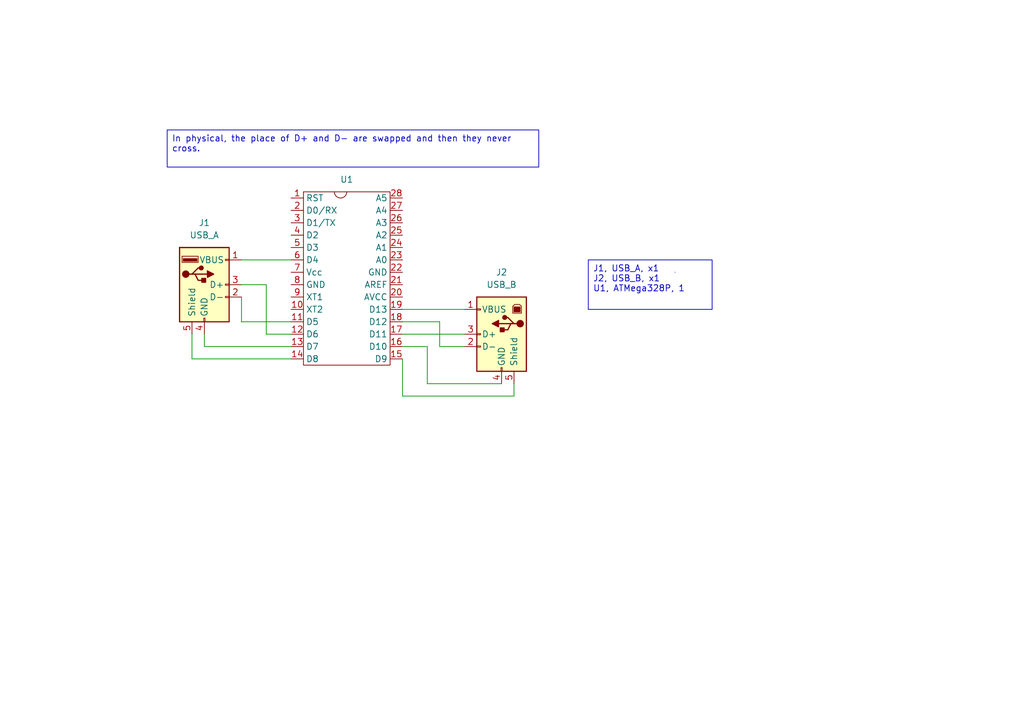
<source format=kicad_sch>
(kicad_sch (version 20231120) (generator "eeschema") (generator_version "8.0")
  (paper "A5")
  (lib_symbols
    (symbol "0Ore:ATmega328U_Duino"
      (property "Reference" "U1" (at 20.32 13.97 90))
      (symbol "ATmega328U_Duino_0_1"
        (arc (start -17.7799 11.4299) (mid -16.8819 11.8019) (end -16.5099 12.6999))
        (rectangle (start -17.78 22.86) (end 17.78 5.08))
        (arc (start -16.5099 12.7001) (mid -16.8819 13.5981) (end -17.7799 13.9701))
      )
      (symbol "ATmega328U_Duino_1_1"
        (pin input line (at -16.51 2.54 90) (length 2.54) (name "RST") (number "1"))
        (pin input line (at 6.35 2.54 90) (length 2.54) (name "XT2") (number "10"))
        (pin output line (at 8.89 2.54 90) (length 2.54) (name "D5") (number "11"))
        (pin output line (at 11.43 2.54 90) (length 2.54) (name "D6") (number "12"))
        (pin output line (at 13.97 2.54 90) (length 2.54) (name "D7") (number "13"))
        (pin output line (at 16.51 2.54 90) (length 2.54) (name "D8") (number "14"))
        (pin output line (at 16.51 25.4 270) (length 2.54) (name "D9") (number "15"))
        (pin output line (at 13.97 25.4 270) (length 2.54) (name "D10") (number "16"))
        (pin unspecified line (at 11.43 25.4 270) (length 2.54) (name "D11") (number "17"))
        (pin unspecified line (at 8.89 25.4 270) (length 2.54) (name "D12") (number "18"))
        (pin unspecified line (at 6.35 25.4 270) (length 2.54) (name "D13") (number "19"))
        (pin output line (at -13.97 2.54 90) (length 2.54) (name "D0/RX") (number "2"))
        (pin unspecified line (at 3.81 25.4 270) (length 2.54) (name "AVCC") (number "20"))
        (pin unspecified line (at 1.27 25.4 270) (length 2.54) (name "AREF") (number "21"))
        (pin unspecified line (at -1.27 25.4 270) (length 2.54) (name "GND") (number "22"))
        (pin unspecified line (at -3.81 25.4 270) (length 2.54) (name "A0") (number "23"))
        (pin unspecified line (at -6.35 25.4 270) (length 2.54) (name "A1") (number "24"))
        (pin unspecified line (at -8.89 25.4 270) (length 2.54) (name "A2") (number "25"))
        (pin unspecified line (at -11.43 25.4 270) (length 2.54) (name "A3") (number "26"))
        (pin unspecified line (at -13.97 25.4 270) (length 2.54) (name "A4") (number "27"))
        (pin unspecified line (at -16.51 25.4 270) (length 2.54) (name "A5") (number "28"))
        (pin output line (at -11.43 2.54 90) (length 2.54) (name "D1/TX") (number "3"))
        (pin output line (at -8.89 2.54 90) (length 2.54) (name "D2") (number "4"))
        (pin output line (at -6.35 2.54 90) (length 2.54) (name "D3") (number "5"))
        (pin output line (at -3.81 2.54 90) (length 2.54) (name "D4") (number "6"))
        (pin power_in line (at -1.27 2.54 90) (length 2.54) (name "Vcc") (number "7"))
        (pin power_out line (at 1.27 2.54 90) (length 2.54) (name "GND") (number "8"))
        (pin input line (at 3.81 2.54 90) (length 2.54) (name "XT1") (number "9"))
      )
    )
    (symbol "Connector:USB_A" (pin_names (offset 1.016))
      (property "Reference" "J" (at -5.08 11.43 0))
      (property "Value" "USB_A" (at -5.08 8.89 0))
      (symbol "USB_A_0_1"
        (rectangle (start -5.08 -7.62) (end 5.08 7.62) (stroke (width 0.254)) (fill (type background)))
        (circle (center -3.81 2.159) (radius 0.635) (stroke (width 0.254)) (fill (type outline)))
        (rectangle (start -1.524 4.826) (end -4.318 5.334) (fill (type outline)))
        (rectangle (start -1.27 4.572) (end -4.572 5.842))
        (circle (center -0.635 3.429) (radius 0.381) (stroke (width 0.254)) (fill (type outline)))
        (rectangle (start -0.127 -7.62) (end 0.127 -6.858))
        (polyline (pts (xy -3.175 2.159) (xy -2.54 2.159) (xy -1.27 3.429) (xy -0.635 3.429)) (stroke (width 0.254)))
        (polyline (pts (xy -2.54 2.159) (xy -1.905 2.159) (xy -1.27 0.889) (xy 0 0.889)) (stroke (width 0.254)))
        (polyline (pts (xy 0.635 2.794) (xy 0.635 1.524) (xy 1.905 2.159) (xy 0.635 2.794)) (stroke (width 0.254)) (fill (type outline)))
        (rectangle (start 0.254 1.27) (end -0.508 0.508) (stroke (width 0.254)) (fill (type outline)))
        (rectangle (start 5.08 -2.667) (end 4.318 -2.413))
        (rectangle (start 5.08 -0.127) (end 4.318 0.127))
        (rectangle (start 5.08 4.953) (end 4.318 5.207))
      )
      (symbol "USB_A_1_1"
        (polyline (pts (xy -1.905 2.159) (xy 0.635 2.159)) (stroke (width 0.254)))
        (pin power_in line (at 7.62 5.08 180) (length 2.54) (name "VBUS") (number "1"))
        (pin bidirectional line (at 7.62 -2.54 180) (length 2.54) (name "D-") (number "2"))
        (pin bidirectional line (at 7.62 0 180) (length 2.54) (name "D+") (number "3"))
        (pin power_in line (at 0 -10.16 90) (length 2.54) (name "GND") (number "4"))
        (pin passive line (at -2.54 -10.16 90) (length 2.54) (name "Shield") (number "5"))
      )
    )
    (symbol "Connector:USB_B" (pin_names (offset 1.016))
      (property "Reference" "J" (at -5.08 11.43 0))
      (property "Value" "USB_B" (at -5.08 8.89 0))
      (symbol "USB_B_0_1"
        (rectangle (start -5.08 -7.62) (end 5.08 7.62) (stroke (width 0.254)) (fill (type background)))
        (circle (center -3.81 2.159) (radius 0.635) (stroke (width 0.254)) (fill (type outline)))
        (rectangle (start -3.81 5.588) (end -2.54 4.572) (fill (type outline)))
        (circle (center -0.635 3.429) (radius 0.381) (stroke (width 0.254)) (fill (type outline)))
        (rectangle (start -0.127 -7.62) (end 0.127 -6.858))
        (polyline (pts (xy -1.905 2.159) (xy 0.635 2.159)) (stroke (width 0.254)))
        (polyline (pts (xy -3.175 2.159) (xy -2.54 2.159) (xy -1.27 3.429) (xy -0.635 3.429)) (stroke (width 0.254)))
        (polyline (pts (xy -2.54 2.159) (xy -1.905 2.159) (xy -1.27 0.889) (xy 0 0.889)) (stroke (width 0.254)))
        (polyline (pts (xy 0.635 2.794) (xy 0.635 1.524) (xy 1.905 2.159) (xy 0.635 2.794)) (stroke (width 0.254)) (fill (type outline)))
        (polyline (pts (xy -4.064 4.318) (xy -2.286 4.318) (xy -2.286 5.715) (xy -2.667 6.096) (xy -3.683 6.096) (xy -4.064 5.715) (xy -4.064 4.318)))
        (rectangle (start 0.254 1.27) (end -0.508 0.508) (stroke (width 0.254)) (fill (type outline)))
        (rectangle (start 5.08 -2.667) (end 4.318 -2.413))
        (rectangle (start 5.08 -0.127) (end 4.318 0.127))
        (rectangle (start 5.08 4.953) (end 4.318 5.207))
      )
      (symbol "USB_B_1_1"
        (pin power_out line (at 7.62 5.08 180) (length 2.54) (name "VBUS") (number "1"))
        (pin bidirectional line (at 7.62 -2.54 180) (length 2.54) (name "D-") (number "2"))
        (pin bidirectional line (at 7.62 0 180) (length 2.54) (name "D+") (number "3"))
        (pin power_out line (at 0 -10.16 90) (length 2.54) (name "GND") (number "4"))
        (pin passive line (at -2.54 -10.16 90) (length 2.54) (name "Shield") (number "5"))
      )
    )
  )
  (wire (pts (xy 95.25 71.12) (xy 90.17 71.12)))
  (wire (pts (xy 82.55 81.28) (xy 82.55 73.66)))
  (wire (pts (xy 54.61 68.58) (xy 54.61 58.42)))
  (wire (pts (xy 41.91 71.12) (xy 41.91 68.58)))
  (wire (pts (xy 54.61 58.42) (xy 49.53 58.42)))
  (wire (pts (xy 59.69 68.58) (xy 54.61 68.58)))
  (wire (pts (xy 59.69 66.04) (xy 49.53 66.04)))
  (wire (pts (xy 105.41 81.28) (xy 82.55 81.28)))
  (wire (pts (xy 49.53 66.04) (xy 49.53 60.96)))
  (wire (pts (xy 39.37 73.66) (xy 39.37 68.58)))
  (wire (pts (xy 90.17 71.12) (xy 90.17 66.04)))
  (wire (pts (xy 59.69 73.66) (xy 39.37 73.66)))
  (wire (pts (xy 82.55 68.58) (xy 95.25 68.58)))
  (wire (pts (xy 102.87 78.74) (xy 87.63 78.74)))
  (wire (pts (xy 49.53 53.34) (xy 59.69 53.34)))
  (wire (pts (xy 82.55 63.5) (xy 95.25 63.5)))
  (wire (pts (xy 105.41 78.74) (xy 105.41 81.28)))
  (wire (pts (xy 87.63 78.74) (xy 87.63 71.12)))
  (wire (pts (xy 87.63 71.12) (xy 82.55 71.12)))
  (wire (pts (xy 59.69 71.12) (xy 41.91 71.12)))
  (wire (pts (xy 90.17 66.04) (xy 82.55 66.04)))
  (rectangle (start 138.43 55.88) (end 138.43 55.88))
  (text_box "In physical, the place of D+ and D- are swapped and then they never cross." (at 34.29 26.67 0) (size 76.2 7.62) (effects (font (size 1.27 1.27)) (justify left top)))
  (text_box "J1, USB_A, x1\nJ2, USB_B, x1\nU1, ATMega328P, 1\n" (at 120.65 53.34 0) (size 25.4 10.16) (effects (font (size 1.27 1.27)) (justify left top)))
  (symbol (lib_id "Connector:USB_A") (at 41.91 58.42 0) (unit 1)
    (property "Reference" "J1" (at 41.91 45.72 0))
    (property "Value" "USB_A" (at 41.91 48.26 0))
    (property "Datasheet" " ~" (effects (hide yes)))
    (property "Description" "USB Type A connector" (effects (hide yes)))
  )
  (symbol (lib_id "Connector:USB_B") (at 102.87 68.58 0) (mirror y) (unit 1)
    (property "Reference" "J2" (at 102.87 55.88 0))
    (property "Value" "USB_B" (at 102.87 58.42 0))
    (property "Datasheet" " ~" (effects (hide yes)))
    (property "Description" "USB Type B connector" (effects (hide yes)))
  )
  (symbol (lib_id "0Ore:ATmega328U_Duino") (at 57.15 57.15 270) (unit 1)
    (property "Reference" "U1" (at 71.12 36.83 90))
    (property "Value" "ATMega328P Arduino" (effects (hide yes)))
  )
)
</source>
